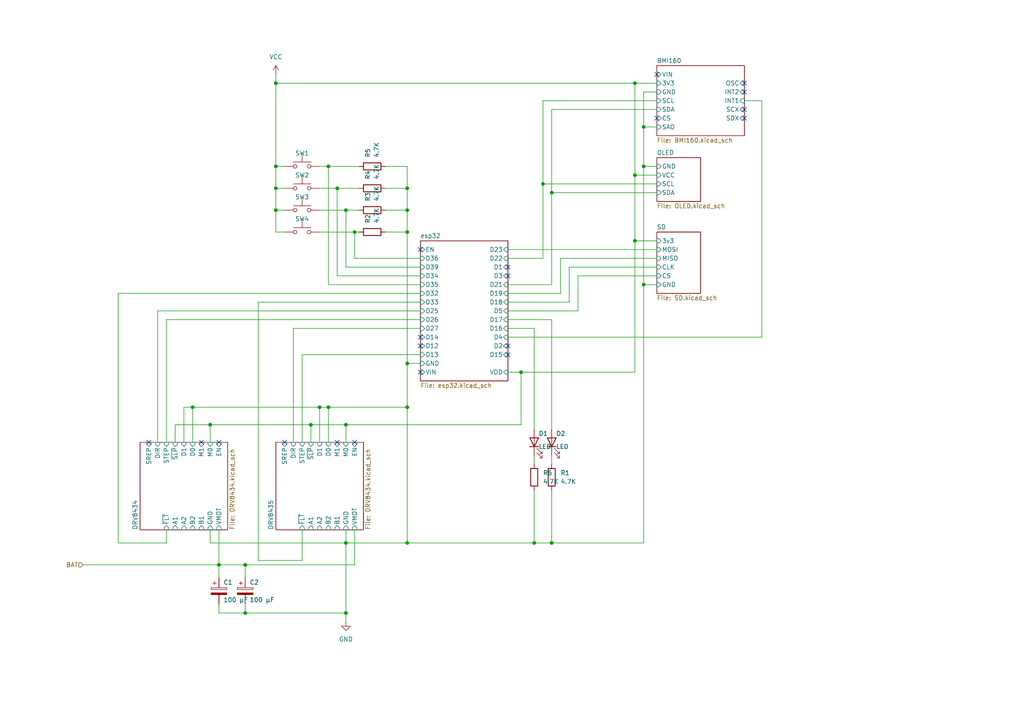
<source format=kicad_sch>
(kicad_sch (version 20230121) (generator eeschema)
  (paper "A4")
  (lib_symbols
    (symbol "Device:C_Polarized" (pin_numbers hide) (pin_names (offset 0.254))
      (property "Reference" "C" (at 0.635 2.54 0))
      (property "Value" "C_Polarized" (at 0.635 -2.54 0))
      (symbol "C_Polarized_0_1"
        (rectangle (start -2.286 0.508) (end 2.286 1.016))
        (polyline (pts (xy -1.778 2.286) (xy -0.762 2.286)))
        (polyline (pts (xy -1.27 2.794) (xy -1.27 1.778)))
        (rectangle (start 2.286 -0.508) (end -2.286 -1.016) (fill (type outline)))
      )
      (symbol "C_Polarized_1_1"
        (pin passive line (at 0 3.81 270) (length 2.794) (name "~") (number "1"))
        (pin passive line (at 0 -3.81 90) (length 2.794) (name "~") (number "2"))
      )
    )
    (symbol "Device:LED" (pin_numbers hide) (pin_names (offset 1.016) hide)
      (property "Reference" "D" (at 0 2.54 0))
      (property "Value" "LED" (at 0 -2.54 0))
      (symbol "LED_0_1"
        (polyline (pts (xy -1.27 -1.27) (xy -1.27 1.27)) (stroke (width 0.254)))
        (polyline (pts (xy -1.27 0) (xy 1.27 0)))
        (polyline (pts (xy 1.27 -1.27) (xy 1.27 1.27) (xy -1.27 0) (xy 1.27 -1.27)) (stroke (width 0.254)))
        (polyline (pts (xy -3.048 -0.762) (xy -4.572 -2.286) (xy -3.81 -2.286) (xy -4.572 -2.286) (xy -4.572 -1.524)))
        (polyline (pts (xy -1.778 -0.762) (xy -3.302 -2.286) (xy -2.54 -2.286) (xy -3.302 -2.286) (xy -3.302 -1.524)))
      )
      (symbol "LED_1_1"
        (pin passive line (at -3.81 0 0) (length 2.54) (name "K") (number "1"))
        (pin passive line (at 3.81 0 180) (length 2.54) (name "A") (number "2"))
      )
    )
    (symbol "Device:R" (pin_numbers hide) (pin_names (offset 0))
      (property "Reference" "R" (at 2.032 0 90))
      (property "Value" "R" (at 0 0 90))
      (symbol "R_0_1"
        (rectangle (start -1.016 -2.54) (end 1.016 2.54) (stroke (width 0.254)))
      )
      (symbol "R_1_1"
        (pin passive line (at 0 3.81 270) (length 1.27) (name "~") (number "1"))
        (pin passive line (at 0 -3.81 90) (length 1.27) (name "~") (number "2"))
      )
    )
    (symbol "Switch:SW_Push" (pin_numbers hide) (pin_names (offset 1.016) hide)
      (property "Reference" "SW" (at 1.27 2.54 0))
      (property "Value" "SW_Push" (at 0 -1.524 0))
      (symbol "SW_Push_0_1"
        (circle (center -2.032 0) (radius 0.508))
        (polyline (pts (xy 0 1.27) (xy 0 3.048)))
        (polyline (pts (xy 2.54 1.27) (xy -2.54 1.27)))
        (circle (center 2.032 0) (radius 0.508))
        (pin passive line (at -5.08 0 0) (length 2.54) (name "1") (number "1"))
        (pin passive line (at 5.08 0 180) (length 2.54) (name "2") (number "2"))
      )
    )
    (symbol "power:GND" (power) (pin_names (offset 0))
      (property "Value" "GND" (at 0 -3.81 0))
      (symbol "GND_0_1"
        (polyline (pts (xy 0 0) (xy 0 -1.27) (xy 1.27 -1.27) (xy 0 -2.54) (xy -1.27 -1.27) (xy 0 -1.27)))
      )
      (symbol "GND_1_1"
        (pin power_in line (at 0 0 270) (length 0) hide (name "GND") (number "1"))
      )
    )
    (symbol "power:VCC" (power) (pin_names (offset 0))
      (property "Value" "VCC" (at 0 3.81 0))
      (symbol "VCC_0_1"
        (polyline (pts (xy -0.762 1.27) (xy 0 2.54)))
        (polyline (pts (xy 0 0) (xy 0 2.54)))
        (polyline (pts (xy 0 2.54) (xy 0.762 1.27)))
      )
      (symbol "VCC_1_1"
        (pin power_in line (at 0 0 90) (length 0) hide (name "VCC") (number "1"))
      )
    )
  )
  (junction (at 160.02 157.48))
  (junction (at 184.15 69.85))
  (junction (at 118.11 54.61))
  (junction (at 55.88 118.11))
  (junction (at 186.69 36.83))
  (junction (at 71.12 163.83))
  (junction (at 92.71 118.11))
  (junction (at 118.11 118.11))
  (junction (at 118.11 157.48))
  (junction (at 90.17 123.19))
  (junction (at 97.79 54.61))
  (junction (at 80.01 60.96))
  (junction (at 157.48 53.34))
  (junction (at 71.12 177.8))
  (junction (at 80.01 24.13))
  (junction (at 100.33 123.19))
  (junction (at 186.69 48.26))
  (junction (at 118.11 67.31))
  (junction (at 100.33 177.8))
  (junction (at 63.5 163.83))
  (junction (at 100.33 60.96))
  (junction (at 118.11 60.96))
  (junction (at 186.69 82.55))
  (junction (at 95.25 118.11))
  (junction (at 160.02 55.88))
  (junction (at 184.15 24.13))
  (junction (at 60.96 123.19))
  (junction (at 100.33 157.48))
  (junction (at 95.25 48.26))
  (junction (at 102.87 67.31))
  (junction (at 80.01 48.26))
  (junction (at 154.94 157.48))
  (junction (at 118.11 105.41))
  (junction (at 184.15 50.8))
  (junction (at 151.13 107.95))
  (junction (at 80.01 54.61))
  (no_connect (at 63.5 128.27))
  (no_connect (at 121.92 107.95))
  (no_connect (at 147.32 77.47))
  (no_connect (at 215.9 26.67))
  (no_connect (at 215.9 24.13))
  (no_connect (at 97.79 128.27))
  (no_connect (at 82.55 128.27))
  (no_connect (at 58.42 128.27))
  (no_connect (at 121.92 97.79))
  (no_connect (at 121.92 100.33))
  (no_connect (at 147.32 80.01))
  (no_connect (at 147.32 102.87))
  (no_connect (at 147.32 100.33))
  (no_connect (at 102.87 128.27))
  (no_connect (at 215.9 34.29))
  (no_connect (at 121.92 72.39))
  (no_connect (at 215.9 31.75))
  (no_connect (at 190.5 21.59))
  (no_connect (at 190.5 34.29))
  (no_connect (at 43.18 128.27))
  (wire (pts (xy 162.56 85.09) (xy 162.56 74.93)))
  (wire (pts (xy 190.5 69.85) (xy 184.15 69.85)))
  (wire (pts (xy 147.32 95.25) (xy 154.94 95.25)))
  (wire (pts (xy 45.72 90.17) (xy 121.92 90.17)))
  (wire (pts (xy 60.96 153.67) (xy 60.96 157.48)))
  (wire (pts (xy 111.76 48.26) (xy 118.11 48.26)))
  (wire (pts (xy 121.92 77.47) (xy 100.33 77.47)))
  (wire (pts (xy 154.94 142.24) (xy 154.94 157.48)))
  (wire (pts (xy 111.76 67.31) (xy 118.11 67.31)))
  (wire (pts (xy 100.33 123.19) (xy 100.33 128.27)))
  (wire (pts (xy 165.1 77.47) (xy 190.5 77.47)))
  (wire (pts (xy 100.33 157.48) (xy 100.33 177.8)))
  (wire (pts (xy 186.69 36.83) (xy 190.5 36.83)))
  (wire (pts (xy 74.93 162.56) (xy 74.93 87.63)))
  (wire (pts (xy 100.33 177.8) (xy 71.12 177.8)))
  (wire (pts (xy 80.01 54.61) (xy 80.01 60.96)))
  (wire (pts (xy 186.69 82.55) (xy 186.69 157.48)))
  (wire (pts (xy 102.87 74.93) (xy 102.87 67.31)))
  (wire (pts (xy 186.69 48.26) (xy 186.69 36.83)))
  (wire (pts (xy 184.15 69.85) (xy 184.15 50.8)))
  (wire (pts (xy 154.94 132.08) (xy 154.94 134.62)))
  (wire (pts (xy 184.15 50.8) (xy 184.15 24.13)))
  (wire (pts (xy 220.98 97.79) (xy 147.32 97.79)))
  (wire (pts (xy 48.26 92.71) (xy 48.26 128.27)))
  (wire (pts (xy 118.11 118.11) (xy 118.11 157.48)))
  (wire (pts (xy 100.33 77.47) (xy 100.33 60.96)))
  (wire (pts (xy 92.71 67.31) (xy 102.87 67.31)))
  (wire (pts (xy 160.02 157.48) (xy 154.94 157.48)))
  (wire (pts (xy 118.11 105.41) (xy 118.11 118.11)))
  (wire (pts (xy 118.11 60.96) (xy 118.11 67.31)))
  (wire (pts (xy 71.12 163.83) (xy 102.87 163.83)))
  (wire (pts (xy 48.26 157.48) (xy 48.26 153.67)))
  (wire (pts (xy 147.32 85.09) (xy 162.56 85.09)))
  (wire (pts (xy 160.02 142.24) (xy 160.02 157.48)))
  (wire (pts (xy 82.55 67.31) (xy 80.01 67.31)))
  (wire (pts (xy 190.5 50.8) (xy 184.15 50.8)))
  (wire (pts (xy 147.32 74.93) (xy 157.48 74.93)))
  (wire (pts (xy 186.69 82.55) (xy 186.69 48.26)))
  (wire (pts (xy 63.5 163.83) (xy 63.5 167.64)))
  (wire (pts (xy 80.01 24.13) (xy 80.01 48.26)))
  (wire (pts (xy 55.88 118.11) (xy 55.88 128.27)))
  (wire (pts (xy 184.15 24.13) (xy 80.01 24.13)))
  (wire (pts (xy 121.92 105.41) (xy 118.11 105.41)))
  (wire (pts (xy 53.34 118.11) (xy 55.88 118.11)))
  (wire (pts (xy 190.5 26.67) (xy 186.69 26.67)))
  (wire (pts (xy 190.5 29.21) (xy 157.48 29.21)))
  (wire (pts (xy 100.33 157.48) (xy 100.33 153.67)))
  (wire (pts (xy 60.96 123.19) (xy 90.17 123.19)))
  (wire (pts (xy 167.64 80.01) (xy 167.64 90.17)))
  (wire (pts (xy 55.88 118.11) (xy 92.71 118.11)))
  (wire (pts (xy 184.15 107.95) (xy 184.15 69.85)))
  (wire (pts (xy 92.71 48.26) (xy 95.25 48.26)))
  (wire (pts (xy 87.63 162.56) (xy 74.93 162.56)))
  (wire (pts (xy 121.92 92.71) (xy 48.26 92.71)))
  (wire (pts (xy 118.11 67.31) (xy 118.11 105.41)))
  (wire (pts (xy 190.5 31.75) (xy 160.02 31.75)))
  (wire (pts (xy 160.02 92.71) (xy 160.02 124.46)))
  (wire (pts (xy 92.71 54.61) (xy 97.79 54.61)))
  (wire (pts (xy 95.25 82.55) (xy 95.25 48.26)))
  (wire (pts (xy 92.71 60.96) (xy 100.33 60.96)))
  (wire (pts (xy 50.8 128.27) (xy 50.8 123.19)))
  (wire (pts (xy 220.98 29.21) (xy 220.98 97.79)))
  (wire (pts (xy 90.17 123.19) (xy 90.17 128.27)))
  (wire (pts (xy 147.32 72.39) (xy 190.5 72.39)))
  (wire (pts (xy 121.92 85.09) (xy 34.29 85.09)))
  (wire (pts (xy 151.13 123.19) (xy 151.13 107.95)))
  (wire (pts (xy 111.76 60.96) (xy 118.11 60.96)))
  (wire (pts (xy 154.94 157.48) (xy 118.11 157.48)))
  (wire (pts (xy 118.11 157.48) (xy 100.33 157.48)))
  (wire (pts (xy 157.48 53.34) (xy 190.5 53.34)))
  (wire (pts (xy 60.96 123.19) (xy 60.96 128.27)))
  (wire (pts (xy 80.01 48.26) (xy 80.01 54.61)))
  (wire (pts (xy 82.55 48.26) (xy 80.01 48.26)))
  (wire (pts (xy 95.25 128.27) (xy 95.25 118.11)))
  (wire (pts (xy 82.55 54.61) (xy 80.01 54.61)))
  (wire (pts (xy 34.29 85.09) (xy 34.29 157.48)))
  (wire (pts (xy 157.48 53.34) (xy 157.48 74.93)))
  (wire (pts (xy 63.5 175.26) (xy 63.5 177.8)))
  (wire (pts (xy 100.33 60.96) (xy 104.14 60.96)))
  (wire (pts (xy 157.48 29.21) (xy 157.48 53.34)))
  (wire (pts (xy 24.13 163.83) (xy 63.5 163.83)))
  (wire (pts (xy 100.33 177.8) (xy 100.33 180.34)))
  (wire (pts (xy 160.02 31.75) (xy 160.02 55.88)))
  (wire (pts (xy 53.34 128.27) (xy 53.34 118.11)))
  (wire (pts (xy 80.01 21.59) (xy 80.01 24.13)))
  (wire (pts (xy 74.93 87.63) (xy 121.92 87.63)))
  (wire (pts (xy 167.64 90.17) (xy 147.32 90.17)))
  (wire (pts (xy 118.11 48.26) (xy 118.11 54.61)))
  (wire (pts (xy 85.09 128.27) (xy 85.09 95.25)))
  (wire (pts (xy 100.33 123.19) (xy 151.13 123.19)))
  (wire (pts (xy 215.9 29.21) (xy 220.98 29.21)))
  (wire (pts (xy 87.63 153.67) (xy 87.63 162.56)))
  (wire (pts (xy 160.02 55.88) (xy 160.02 82.55)))
  (wire (pts (xy 118.11 54.61) (xy 118.11 60.96)))
  (wire (pts (xy 121.92 80.01) (xy 97.79 80.01)))
  (wire (pts (xy 102.87 67.31) (xy 104.14 67.31)))
  (wire (pts (xy 85.09 95.25) (xy 121.92 95.25)))
  (wire (pts (xy 97.79 54.61) (xy 104.14 54.61)))
  (wire (pts (xy 121.92 82.55) (xy 95.25 82.55)))
  (wire (pts (xy 147.32 87.63) (xy 165.1 87.63)))
  (wire (pts (xy 190.5 82.55) (xy 186.69 82.55)))
  (wire (pts (xy 160.02 132.08) (xy 160.02 134.62)))
  (wire (pts (xy 80.01 67.31) (xy 80.01 60.96)))
  (wire (pts (xy 87.63 102.87) (xy 121.92 102.87)))
  (wire (pts (xy 34.29 157.48) (xy 48.26 157.48)))
  (wire (pts (xy 147.32 92.71) (xy 160.02 92.71)))
  (wire (pts (xy 102.87 163.83) (xy 102.87 153.67)))
  (wire (pts (xy 92.71 118.11) (xy 92.71 128.27)))
  (wire (pts (xy 71.12 163.83) (xy 71.12 167.64)))
  (wire (pts (xy 97.79 80.01) (xy 97.79 54.61)))
  (wire (pts (xy 190.5 80.01) (xy 167.64 80.01)))
  (wire (pts (xy 95.25 118.11) (xy 92.71 118.11)))
  (wire (pts (xy 162.56 74.93) (xy 190.5 74.93)))
  (wire (pts (xy 63.5 163.83) (xy 71.12 163.83)))
  (wire (pts (xy 186.69 26.67) (xy 186.69 36.83)))
  (wire (pts (xy 190.5 48.26) (xy 186.69 48.26)))
  (wire (pts (xy 90.17 123.19) (xy 100.33 123.19)))
  (wire (pts (xy 160.02 157.48) (xy 186.69 157.48)))
  (wire (pts (xy 87.63 128.27) (xy 87.63 102.87)))
  (wire (pts (xy 80.01 60.96) (xy 82.55 60.96)))
  (wire (pts (xy 45.72 128.27) (xy 45.72 90.17)))
  (wire (pts (xy 190.5 55.88) (xy 160.02 55.88)))
  (wire (pts (xy 95.25 48.26) (xy 104.14 48.26)))
  (wire (pts (xy 60.96 157.48) (xy 100.33 157.48)))
  (wire (pts (xy 151.13 107.95) (xy 184.15 107.95)))
  (wire (pts (xy 154.94 95.25) (xy 154.94 124.46)))
  (wire (pts (xy 71.12 177.8) (xy 71.12 175.26)))
  (wire (pts (xy 50.8 123.19) (xy 60.96 123.19)))
  (wire (pts (xy 147.32 107.95) (xy 151.13 107.95)))
  (wire (pts (xy 160.02 82.55) (xy 147.32 82.55)))
  (wire (pts (xy 184.15 24.13) (xy 190.5 24.13)))
  (wire (pts (xy 63.5 153.67) (xy 63.5 163.83)))
  (wire (pts (xy 165.1 87.63) (xy 165.1 77.47)))
  (wire (pts (xy 63.5 177.8) (xy 71.12 177.8)))
  (wire (pts (xy 121.92 74.93) (xy 102.87 74.93)))
  (wire (pts (xy 111.76 54.61) (xy 118.11 54.61)))
  (wire (pts (xy 95.25 118.11) (xy 118.11 118.11)))
  (hierarchical_label "BAT" (shape input) (at 24.13 163.83 180))
  (symbol (lib_id "Switch:SW_Push") (at 87.63 54.61 0) (unit 1)
    (property "Reference" "SW2" (at 87.63 50.8 0))
    (property "Value" "SW_Push" (effects hide))
  )
  (symbol (lib_id "Device:LED") (at 160.02 128.27 90) (unit 1)
    (property "Reference" "D2" (at 161.29 125.73 90) (effects (justify right)))
    (property "Value" "LED" (at 161.29 129.54 90) (effects (justify right)))
  )
  (symbol (lib_id "Device:R") (at 107.95 67.31 90) (unit 1)
    (property "Reference" "R2" (at 106.68 64.77 0) (effects (justify left)))
    (property "Value" "4.7K" (at 109.22 64.77 0) (effects (justify left)))
  )
  (symbol (lib_id "Switch:SW_Push") (at 87.63 60.96 0) (unit 1)
    (property "Reference" "SW3" (at 87.63 57.15 0))
    (property "Value" "SW_Push" (effects hide))
  )
  (symbol (lib_id "Switch:SW_Push") (at 87.63 67.31 0) (unit 1)
    (property "Reference" "SW4" (at 87.63 63.5 0))
    (property "Value" "SW_Push" (effects hide))
  )
  (symbol (lib_id "Switch:SW_Push") (at 87.63 48.26 0) (unit 1)
    (property "Reference" "SW1" (at 87.63 44.45 0))
    (property "Value" "SW_Push" (effects hide))
  )
  (symbol (lib_id "Device:R") (at 107.95 60.96 90) (unit 1)
    (property "Reference" "R3" (at 106.68 58.42 0) (effects (justify left)))
    (property "Value" "4.7K" (at 109.22 58.42 0) (effects (justify left)))
  )
  (symbol (lib_id "Device:R") (at 107.95 54.61 90) (unit 1)
    (property "Reference" "R4" (at 106.68 52.07 0) (effects (justify left)))
    (property "Value" "4.7K" (at 109.22 52.07 0) (effects (justify left)))
  )
  (symbol (lib_id "power:VCC") (at 80.01 21.59 0) (unit 1)
    (property "Reference" "#PWR01" (effects hide))
    (property "Value" "VCC" (at 80.01 16.51 0))
  )
  (symbol (lib_id "Device:R") (at 107.95 48.26 90) (unit 1)
    (property "Reference" "R5" (at 106.68 45.72 0) (effects (justify left)))
    (property "Value" "4.7K" (at 109.22 45.72 0) (effects (justify left)))
  )
  (symbol (lib_id "power:GND") (at 100.33 180.34 0) (unit 1)
    (property "Reference" "#PWR02" (effects hide))
    (property "Value" "GND" (at 100.33 185.42 0))
  )
  (symbol (lib_id "Device:R") (at 154.94 138.43 0) (unit 1)
    (property "Reference" "R6" (at 157.48 137.16 0) (effects (justify left)))
    (property "Value" "4.7K" (at 157.48 139.7 0) (effects (justify left)))
  )
  (symbol (lib_id "Device:C_Polarized") (at 63.5 171.45 0) (unit 1)
    (property "Reference" "C1" (at 64.77 168.91 0) (effects (justify left)))
    (property "Value" "100 μF" (at 64.77 173.99 0) (effects (justify left)))
  )
  (symbol (lib_id "Device:LED") (at 154.94 128.27 90) (unit 1)
    (property "Reference" "D1" (at 156.21 125.73 90) (effects (justify right)))
    (property "Value" "LED" (at 156.21 129.54 90) (effects (justify right)))
  )
  (symbol (lib_id "Device:R") (at 160.02 138.43 0) (unit 1)
    (property "Reference" "R1" (at 162.56 137.16 0) (effects (justify left)))
    (property "Value" "4.7K" (at 162.56 139.7 0) (effects (justify left)))
  )
  (symbol (lib_id "Device:C_Polarized") (at 71.12 171.45 0) (unit 1)
    (property "Reference" "C2" (at 72.39 168.91 0) (effects (justify left)))
    (property "Value" "100 μF" (at 72.39 173.99 0) (effects (justify left)))
  )
  (sheet (at 190.5 45.72) (size 12.7 12.7) (stroke (width 0.1524))
    (property "Sheetname" "OLED" (at 190.5 45.0084 0) (effects (justify left bottom)))
    (property "Sheetfile" "OLED.kicad_sch" (at 190.5 59.0046 0) (effects (justify left top)))
    (pin "GND" input (at 190.5 48.26 180))
    (pin "VCC" input (at 190.5 50.8 180))
    (pin "SCL" input (at 190.5 53.34 180))
    (pin "SDA" input (at 190.5 55.88 180))
  )
  (sheet (at 121.92 69.85) (size 25.4 40.64) (stroke (width 0.1524))
    (property "Sheetname" "esp32" (at 121.92 69.1384 0) (effects (justify left bottom)))
    (property "Sheetfile" "esp32.kicad_sch" (at 121.92 111.0746 0) (effects (justify left top)))
    (pin "GND" input (at 121.92 105.41 180))
    (pin "VIN" input (at 121.92 107.95 180))
    (pin "D13" input (at 121.92 102.87 180))
    (pin "D12" input (at 121.92 100.33 180))
    (pin "D14" input (at 121.92 97.79 180))
    (pin "D27" input (at 121.92 95.25 180))
    (pin "D26" input (at 121.92 92.71 180))
    (pin "D25" input (at 121.92 90.17 180))
    (pin "D33" input (at 121.92 87.63 180))
    (pin "D32" input (at 121.92 85.09 180))
    (pin "D35" input (at 121.92 82.55 180))
    (pin "D34" input (at 121.92 80.01 180))
    (pin "D39" input (at 121.92 77.47 180))
    (pin "D36" input (at 121.92 74.93 180))
    (pin "EN" input (at 121.92 72.39 180))
    (pin "VDD" input (at 147.32 107.95 0))
    (pin "D15" input (at 147.32 102.87 0))
    (pin "D2" input (at 147.32 100.33 0))
    (pin "D4" input (at 147.32 97.79 0))
    (pin "D16" input (at 147.32 95.25 0))
    (pin "D17" input (at 147.32 92.71 0))
    (pin "D19" input (at 147.32 85.09 0))
    (pin "D21" input (at 147.32 82.55 0))
    (pin "D3" input (at 147.32 80.01 0))
    (pin "D1" input (at 147.32 77.47 0))
    (pin "D22" input (at 147.32 74.93 0))
    (pin "D23" input (at 147.32 72.39 0))
    (pin "D18" input (at 147.32 87.63 0))
    (pin "D5" input (at 147.32 90.17 0))
  )
  (sheet (at 80.01 128.27) (size 25.4 25.4) (stroke (width 0.1524))
    (property "Sheetname" "DRV8435" (at 79.2984 153.67 90) (effects (justify left bottom)))
    (property "Sheetfile" "DRV8434.kicad_sch" (at 105.9946 153.67 90) (effects (justify left top)))
    (pin "B2" input (at 95.25 153.67 270))
    (pin "GND" input (at 100.33 153.67 270))
    (pin "A1" input (at 90.17 153.67 270))
    (pin "A2" input (at 92.71 153.67 270))
    (pin "~{FLT}" input (at 87.63 153.67 270))
    (pin "VMOT" input (at 102.87 153.67 270))
    (pin "B1" input (at 97.79 153.67 270))
    (pin "EN" input (at 102.87 128.27 90))
    (pin "M0" input (at 100.33 128.27 90))
    (pin "M1" input (at 97.79 128.27 90))
    (pin "D0" input (at 95.25 128.27 90))
    (pin "D1" input (at 92.71 128.27 90))
    (pin "~{SLP}" input (at 90.17 128.27 90))
    (pin "STEP" input (at 87.63 128.27 90))
    (pin "DIR" input (at 85.09 128.27 90))
    (pin "SREP" input (at 82.55 128.27 90))
  )
  (sheet (at 40.64 128.27) (size 25.4 25.4) (stroke (width 0.1524))
    (property "Sheetname" "DRV8434" (at 39.9284 153.67 90) (effects (justify left bottom)))
    (property "Sheetfile" "DRV8434.kicad_sch" (at 66.6246 153.67 90) (effects (justify left top)))
    (pin "B2" input (at 55.88 153.67 270))
    (pin "GND" input (at 60.96 153.67 270))
    (pin "A1" input (at 50.8 153.67 270))
    (pin "A2" input (at 53.34 153.67 270))
    (pin "~{FLT}" input (at 48.26 153.67 270))
    (pin "VMOT" input (at 63.5 153.67 270))
    (pin "B1" input (at 58.42 153.67 270))
    (pin "EN" input (at 63.5 128.27 90))
    (pin "M0" input (at 60.96 128.27 90))
    (pin "M1" input (at 58.42 128.27 90))
    (pin "D0" input (at 55.88 128.27 90))
    (pin "D1" input (at 53.34 128.27 90))
    (pin "~{SLP}" input (at 50.8 128.27 90))
    (pin "STEP" input (at 48.26 128.27 90))
    (pin "DIR" input (at 45.72 128.27 90))
    (pin "SREP" input (at 43.18 128.27 90))
  )
  (sheet (at 190.5 67.31) (size 12.7 17.78) (stroke (width 0.1524))
    (property "Sheetname" "SD" (at 190.5 66.5984 0) (effects (justify left bottom)))
    (property "Sheetfile" "SD.kicad_sch" (at 190.5 85.6746 0) (effects (justify left top)))
    (pin "3v3" input (at 190.5 69.85 180))
    (pin "CS" input (at 190.5 80.01 180))
    (pin "MOSI" input (at 190.5 72.39 180))
    (pin "CLK" input (at 190.5 77.47 180))
    (pin "MISO" input (at 190.5 74.93 180))
    (pin "GND" input (at 190.5 82.55 180))
  )
  (sheet (at 190.5 19.05) (size 25.4 20.32) (stroke (width 0.1524))
    (property "Sheetname" "BMI160" (at 190.5 18.3384 0) (effects (justify left bottom)))
    (property "Sheetfile" "BMI160.kicad_sch" (at 190.5 39.9546 0) (effects (justify left top)))
    (pin "VIN" input (at 190.5 21.59 180))
    (pin "3V3" input (at 190.5 24.13 180))
    (pin "GND" input (at 190.5 26.67 180))
    (pin "SCL" input (at 190.5 29.21 180))
    (pin "SDA" input (at 190.5 31.75 180))
    (pin "CS" input (at 190.5 34.29 180))
    (pin "SAO" input (at 190.5 36.83 180))
    (pin "SDX" input (at 215.9 34.29 0))
    (pin "SCX" input (at 215.9 31.75 0))
    (pin "INT1" input (at 215.9 29.21 0))
    (pin "INT2" input (at 215.9 26.67 0))
    (pin "OSC" input (at 215.9 24.13 0))
  )
)
</source>
